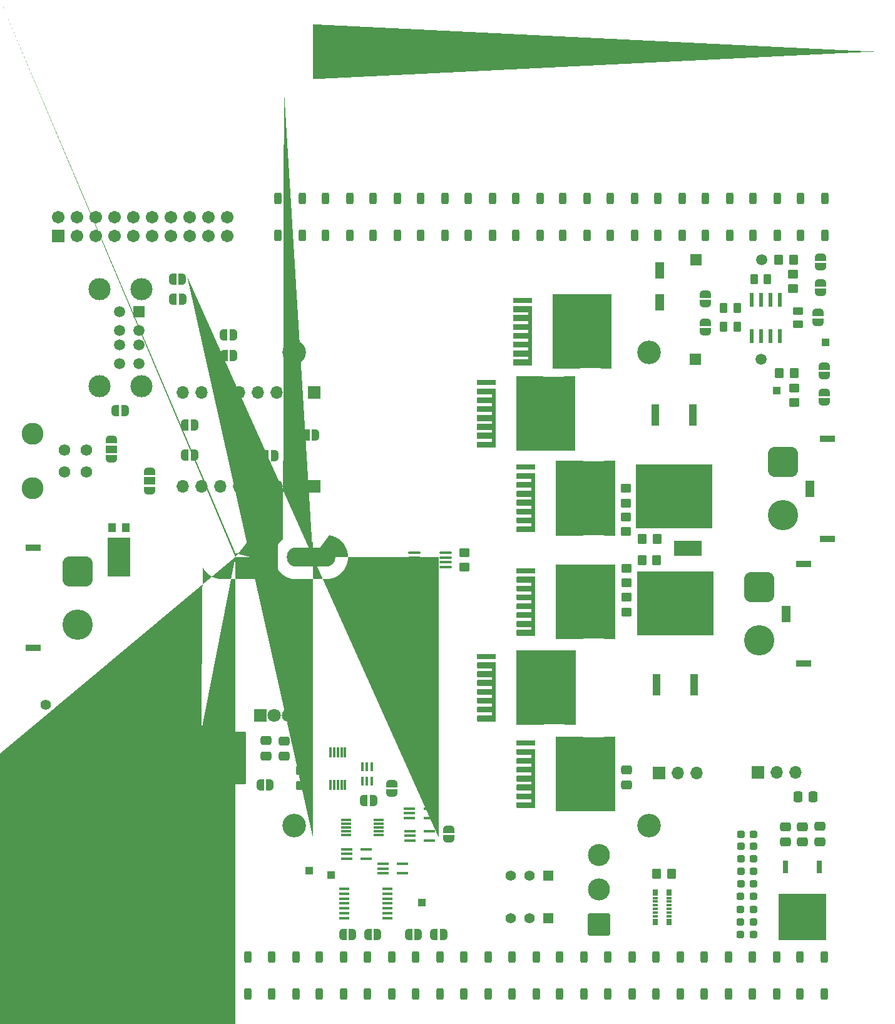
<source format=gbr>
%TF.GenerationSoftware,KiCad,Pcbnew,8.0.3*%
%TF.CreationDate,2025-06-02T03:08:14-07:00*%
%TF.ProjectId,Power_ManagementV2,506f7765-725f-44d6-916e-6167656d656e,rev?*%
%TF.SameCoordinates,Original*%
%TF.FileFunction,Soldermask,Top*%
%TF.FilePolarity,Negative*%
%FSLAX46Y46*%
G04 Gerber Fmt 4.6, Leading zero omitted, Abs format (unit mm)*
G04 Created by KiCad (PCBNEW 8.0.3) date 2025-06-02 03:08:14*
%MOMM*%
%LPD*%
G01*
G04 APERTURE LIST*
G04 Aperture macros list*
%AMRoundRect*
0 Rectangle with rounded corners*
0 $1 Rounding radius*
0 $2 $3 $4 $5 $6 $7 $8 $9 X,Y pos of 4 corners*
0 Add a 4 corners polygon primitive as box body*
4,1,4,$2,$3,$4,$5,$6,$7,$8,$9,$2,$3,0*
0 Add four circle primitives for the rounded corners*
1,1,$1+$1,$2,$3*
1,1,$1+$1,$4,$5*
1,1,$1+$1,$6,$7*
1,1,$1+$1,$8,$9*
0 Add four rect primitives between the rounded corners*
20,1,$1+$1,$2,$3,$4,$5,0*
20,1,$1+$1,$4,$5,$6,$7,0*
20,1,$1+$1,$6,$7,$8,$9,0*
20,1,$1+$1,$8,$9,$2,$3,0*%
%AMFreePoly0*
4,1,19,0.500000,-0.750000,0.000000,-0.750000,0.000000,-0.744911,-0.071157,-0.744911,-0.207708,-0.704816,-0.327430,-0.627875,-0.420627,-0.520320,-0.479746,-0.390866,-0.500000,-0.250000,-0.500000,0.250000,-0.479746,0.390866,-0.420627,0.520320,-0.327430,0.627875,-0.207708,0.704816,-0.071157,0.744911,0.000000,0.744911,0.000000,0.750000,0.500000,0.750000,0.500000,-0.750000,0.500000,-0.750000,
$1*%
%AMFreePoly1*
4,1,19,0.000000,0.744911,0.071157,0.744911,0.207708,0.704816,0.327430,0.627875,0.420627,0.520320,0.479746,0.390866,0.500000,0.250000,0.500000,-0.250000,0.479746,-0.390866,0.420627,-0.520320,0.327430,-0.627875,0.207708,-0.704816,0.071157,-0.744911,0.000000,-0.744911,0.000000,-0.750000,-0.500000,-0.750000,-0.500000,0.750000,0.000000,0.750000,0.000000,0.744911,0.000000,0.744911,
$1*%
%AMFreePoly2*
4,1,19,0.550000,-0.750000,0.000000,-0.750000,0.000000,-0.744911,-0.071157,-0.744911,-0.207708,-0.704816,-0.327430,-0.627875,-0.420627,-0.520320,-0.479746,-0.390866,-0.500000,-0.250000,-0.500000,0.250000,-0.479746,0.390866,-0.420627,0.520320,-0.327430,0.627875,-0.207708,0.704816,-0.071157,0.744911,0.000000,0.744911,0.000000,0.750000,0.550000,0.750000,0.550000,-0.750000,0.550000,-0.750000,
$1*%
%AMFreePoly3*
4,1,19,0.000000,0.744911,0.071157,0.744911,0.207708,0.704816,0.327430,0.627875,0.420627,0.520320,0.479746,0.390866,0.500000,0.250000,0.500000,-0.250000,0.479746,-0.390866,0.420627,-0.520320,0.327430,-0.627875,0.207708,-0.704816,0.071157,-0.744911,0.000000,-0.744911,0.000000,-0.750000,-0.550000,-0.750000,-0.550000,0.750000,0.000000,0.750000,0.000000,0.744911,0.000000,0.744911,
$1*%
%AMFreePoly4*
4,1,64,2.219304,2.963065,2.677052,2.853170,3.111972,2.673020,3.513357,2.427051,3.871321,2.121320,4.177052,1.763356,4.423021,1.361971,4.603171,0.927051,4.713066,0.469303,4.750001,0.000000,4.713066,-0.469303,4.603171,-0.927051,4.423021,-1.361971,4.177052,-1.763356,3.871321,-2.121320,3.513357,-2.427051,3.111972,-2.673020,2.677052,-2.853170,2.219304,-2.963065,1.750001,-3.000000,
-2.249999,-3.000000,-2.397706,-2.996361,-2.545055,-2.985454,-2.691689,-2.967306,-2.837251,-2.941960,-2.981388,-2.909478,-3.123751,-2.869938,-3.263995,-2.823437,-3.401780,-2.770088,-3.536770,-2.710019,-3.668639,-2.643376,-3.797067,-2.570322,-3.921743,-2.491033,-4.042363,-2.405702,-4.158636,-2.314536,-4.270279,-2.217755,-4.377022,-2.115595,-4.478605,-2.008303,-4.574782,-1.896139,-4.665320,-1.779377,
-4.750000,-1.658298,-4.750001,1.658297,-4.665322,1.779376,-4.574783,1.896139,-4.478606,2.008302,-4.377023,2.115594,-4.270281,2.217755,-4.158637,2.314535,-4.042365,2.405702,-3.921744,2.491033,-3.797069,2.570322,-3.668640,2.643376,-3.536771,2.710019,-3.401780,2.770087,-3.263996,2.823437,-3.123752,2.869937,-2.981389,2.909477,-2.837251,2.941959,-2.691689,2.967304,-2.545056,2.985452,
-2.397706,2.996359,-2.249999,2.999997,1.750001,3.000000,2.219304,2.963065,2.219304,2.963065,$1*%
%AMFreePoly5*
4,1,64,2.397707,2.996361,2.545056,2.985454,2.691689,2.967306,2.837251,2.941960,2.981388,2.909477,3.123751,2.869938,3.263995,2.823437,3.401779,2.770087,3.536770,2.710019,3.668639,2.643376,3.797067,2.570322,3.921742,2.491033,4.042363,2.405702,4.158635,2.314536,4.270278,2.217755,4.377021,2.115595,4.478604,2.008303,4.574782,1.896140,4.665320,1.779378,4.750000,1.658299,
4.750001,-1.658298,4.665321,-1.779377,4.574783,-1.896139,4.478606,-2.008303,4.377022,-2.115595,4.270280,-2.217755,4.158637,-2.314536,4.042364,-2.405702,3.921744,-2.491033,3.797068,-2.570322,3.668640,-2.643376,3.536771,-2.710019,3.401780,-2.770087,3.263996,-2.823437,3.123752,-2.869937,2.981389,-2.909477,2.837251,-2.941959,2.691689,-2.967305,2.545056,-2.985453,2.397707,-2.996360,
2.250000,-2.999998,-1.750001,-3.000000,-2.219304,-2.963065,-2.677051,-2.853170,-3.111972,-2.673020,-3.513356,-2.427051,-3.871321,-2.121320,-4.177051,-1.763356,-4.423020,-1.361971,-4.603170,-0.927051,-4.713066,-0.469303,-4.750001,0.000000,-4.713066,0.469303,-4.603170,0.927051,-4.423020,1.361971,-4.177051,1.763356,-3.871321,2.121320,-3.513356,2.427051,-3.111972,2.673020,-2.677051,2.853170,
-2.219304,2.963065,-1.750001,3.000000,2.250000,3.000000,2.397707,2.996361,2.397707,2.996361,$1*%
G04 Aperture macros list end*
%ADD10C,0.000000*%
%ADD11R,1.300000X2.300000*%
%ADD12C,4.100000*%
%ADD13RoundRect,1.025000X-1.025000X1.025000X-1.025000X-1.025000X1.025000X-1.025000X1.025000X1.025000X0*%
%ADD14R,2.000000X0.900000*%
%ADD15RoundRect,0.250000X-0.250000X0.550000X-0.250000X-0.550000X0.250000X-0.550000X0.250000X0.550000X0*%
%ADD16FreePoly0,0.000000*%
%ADD17FreePoly1,0.000000*%
%ADD18RoundRect,0.100000X-0.650000X-0.100000X0.650000X-0.100000X0.650000X0.100000X-0.650000X0.100000X0*%
%ADD19C,1.498600*%
%ADD20R,1.498600X1.498600*%
%ADD21R,0.990600X1.143000*%
%ADD22R,3.098800X5.207000*%
%ADD23RoundRect,0.250000X-0.262500X-0.450000X0.262500X-0.450000X0.262500X0.450000X-0.262500X0.450000X0*%
%ADD24RoundRect,0.250000X0.250000X-0.550000X0.250000X0.550000X-0.250000X0.550000X-0.250000X-0.550000X0*%
%ADD25C,1.574800*%
%ADD26C,2.971800*%
%ADD27RoundRect,0.237500X-0.287500X-0.237500X0.287500X-0.237500X0.287500X0.237500X-0.287500X0.237500X0*%
%ADD28RoundRect,0.250000X0.475000X-0.337500X0.475000X0.337500X-0.475000X0.337500X-0.475000X-0.337500X0*%
%ADD29RoundRect,0.250000X0.350000X0.450000X-0.350000X0.450000X-0.350000X-0.450000X0.350000X-0.450000X0*%
%ADD30FreePoly0,90.000000*%
%ADD31FreePoly1,90.000000*%
%ADD32C,3.200000*%
%ADD33R,1.500000X1.500000*%
%ADD34C,1.500000*%
%ADD35C,3.000000*%
%ADD36R,2.400000X2.400000*%
%ADD37C,2.400000*%
%ADD38RoundRect,0.250000X-0.450000X0.350000X-0.450000X-0.350000X0.450000X-0.350000X0.450000X0.350000X0*%
%ADD39R,0.330200X1.371600*%
%ADD40FreePoly2,90.000000*%
%ADD41R,1.500000X1.000000*%
%ADD42FreePoly3,90.000000*%
%ADD43RoundRect,0.250000X-0.337500X-0.475000X0.337500X-0.475000X0.337500X0.475000X-0.337500X0.475000X0*%
%ADD44RoundRect,0.250000X0.450000X-0.350000X0.450000X0.350000X-0.450000X0.350000X-0.450000X-0.350000X0*%
%ADD45FreePoly2,0.000000*%
%ADD46R,1.000000X1.500000*%
%ADD47FreePoly3,0.000000*%
%ADD48R,2.500000X0.800000*%
%ADD49R,7.999995X10.100005*%
%ADD50FreePoly2,270.000000*%
%ADD51FreePoly3,270.000000*%
%ADD52RoundRect,0.102000X-0.754000X-0.754000X0.754000X-0.754000X0.754000X0.754000X-0.754000X0.754000X0*%
%ADD53C,1.712000*%
%ADD54RoundRect,0.250000X-0.350000X-0.450000X0.350000X-0.450000X0.350000X0.450000X-0.350000X0.450000X0*%
%ADD55C,1.400000*%
%ADD56R,3.500000X3.500000*%
%ADD57C,3.500000*%
%ADD58R,1.168400X2.209800*%
%ADD59RoundRect,0.250000X-0.475000X0.337500X-0.475000X-0.337500X0.475000X-0.337500X0.475000X0.337500X0*%
%ADD60R,1.371600X0.330200*%
%ADD61RoundRect,0.250000X0.262500X0.450000X-0.262500X0.450000X-0.262500X-0.450000X0.262500X-0.450000X0*%
%ADD62R,1.700000X1.700000*%
%ADD63O,1.700000X1.700000*%
%ADD64R,0.711200X1.701800*%
%ADD65R,6.553200X6.223000*%
%ADD66RoundRect,0.102000X0.609000X0.609000X-0.609000X0.609000X-0.609000X-0.609000X0.609000X-0.609000X0*%
%ADD67C,1.422000*%
%ADD68R,0.990600X2.997200*%
%ADD69R,10.337800X8.712200*%
%ADD70FreePoly0,180.000000*%
%ADD71FreePoly1,180.000000*%
%ADD72RoundRect,0.100000X-0.712500X-0.100000X0.712500X-0.100000X0.712500X0.100000X-0.712500X0.100000X0*%
%ADD73R,1.000000X1.000000*%
%ADD74R,1.460500X0.355600*%
%ADD75R,0.355600X1.168400*%
%ADD76R,3.800000X2.000000*%
%ADD77RoundRect,1.025000X1.025000X-1.025000X1.025000X1.025000X-1.025000X1.025000X-1.025000X-1.025000X0*%
%ADD78R,0.787400X0.863600*%
%ADD79R,0.787400X0.355600*%
%ADD80R,1.800000X1.800000*%
%ADD81C,1.800000*%
%ADD82RoundRect,1.300000X-2.000000X-0.000010X2.000000X-0.000010X2.000000X0.000010X-2.000000X0.000010X0*%
%ADD83FreePoly4,0.000000*%
%ADD84FreePoly5,0.000000*%
%ADD85RoundRect,0.102000X-1.495000X-0.670000X1.495000X-0.670000X1.495000X0.670000X-1.495000X0.670000X0*%
%ADD86RoundRect,0.102000X-4.130000X-3.450000X4.130000X-3.450000X4.130000X3.450000X-4.130000X3.450000X0*%
%ADD87R,0.533400X1.981200*%
%ADD88RoundRect,0.250000X0.650000X-1.000000X0.650000X1.000000X-0.650000X1.000000X-0.650000X-1.000000X0*%
%ADD89C,2.979000*%
%ADD90RoundRect,0.102000X1.387500X1.387500X-1.387500X1.387500X-1.387500X-1.387500X1.387500X-1.387500X0*%
%ADD91RoundRect,0.250000X-0.450000X0.262500X-0.450000X-0.262500X0.450000X-0.262500X0.450000X0.262500X0*%
%ADD92RoundRect,0.102000X1.500000X-1.237500X1.500000X1.237500X-1.500000X1.237500X-1.500000X-1.237500X0*%
G04 APERTURE END LIST*
D10*
%TO.C,Q3*%
G36*
X230490703Y-88526397D02*
G01*
X233290698Y-88526397D01*
X233290702Y-87676398D01*
X234790699Y-87676398D01*
X234790699Y-97776404D01*
X233290702Y-97776404D01*
X233290698Y-96926405D01*
X230490703Y-96926405D01*
X230490697Y-97776404D01*
X226790704Y-97776404D01*
X226790704Y-87676398D01*
X230490697Y-87676398D01*
X230490703Y-88526397D01*
G37*
G36*
X223990701Y-97326400D02*
G01*
X221490701Y-97326400D01*
X221490701Y-96526400D01*
X223490700Y-96526402D01*
X223490700Y-96126402D01*
X221490701Y-96126400D01*
X221490701Y-95326402D01*
X223490700Y-95326402D01*
X223490700Y-94926402D01*
X221490701Y-94926402D01*
X221490701Y-94126403D01*
X223490700Y-94126402D01*
X223490700Y-93726402D01*
X221490701Y-93726402D01*
X221490701Y-92926402D01*
X223490700Y-92926402D01*
X223490700Y-92526402D01*
X221490701Y-92526402D01*
X221490701Y-91726402D01*
X223490700Y-91726402D01*
X223490700Y-91326402D01*
X221490701Y-91326402D01*
X221490701Y-90526402D01*
X223490700Y-90526402D01*
X223490700Y-90126402D01*
X221490701Y-90126402D01*
X221490701Y-89326402D01*
X223990701Y-89326402D01*
X223990701Y-97326400D01*
G37*
%TO.C,Q4*%
G36*
X230490703Y-102539795D02*
G01*
X233290698Y-102539795D01*
X233290702Y-101689796D01*
X234790699Y-101689796D01*
X234790699Y-111789802D01*
X233290702Y-111789802D01*
X233290698Y-110939803D01*
X230490703Y-110939803D01*
X230490697Y-111789802D01*
X226790704Y-111789802D01*
X226790704Y-101689796D01*
X230490697Y-101689796D01*
X230490703Y-102539795D01*
G37*
G36*
X223990701Y-111339798D02*
G01*
X221490701Y-111339798D01*
X221490701Y-110539798D01*
X223490700Y-110539800D01*
X223490700Y-110139800D01*
X221490701Y-110139798D01*
X221490701Y-109339800D01*
X223490700Y-109339800D01*
X223490700Y-108939800D01*
X221490701Y-108939800D01*
X221490701Y-108139801D01*
X223490700Y-108139800D01*
X223490700Y-107739800D01*
X221490701Y-107739800D01*
X221490701Y-106939800D01*
X223490700Y-106939800D01*
X223490700Y-106539800D01*
X221490701Y-106539800D01*
X221490701Y-105739800D01*
X223490700Y-105739800D01*
X223490700Y-105339800D01*
X221490701Y-105339800D01*
X221490701Y-104539800D01*
X223490700Y-104539800D01*
X223490700Y-104139800D01*
X221490701Y-104139800D01*
X221490701Y-103339800D01*
X223990701Y-103339800D01*
X223990701Y-111339798D01*
G37*
%TO.C,Q1*%
G36*
X230033503Y-65954796D02*
G01*
X232833498Y-65954796D01*
X232833502Y-65104797D01*
X234333499Y-65104797D01*
X234333499Y-75204803D01*
X232833502Y-75204803D01*
X232833498Y-74354804D01*
X230033503Y-74354804D01*
X230033497Y-75204803D01*
X226333504Y-75204803D01*
X226333504Y-65104797D01*
X230033497Y-65104797D01*
X230033503Y-65954796D01*
G37*
G36*
X223533501Y-74754799D02*
G01*
X221033501Y-74754799D01*
X221033501Y-73954799D01*
X223033500Y-73954801D01*
X223033500Y-73554801D01*
X221033501Y-73554799D01*
X221033501Y-72754801D01*
X223033500Y-72754801D01*
X223033500Y-72354801D01*
X221033501Y-72354801D01*
X221033501Y-71554802D01*
X223033500Y-71554801D01*
X223033500Y-71154801D01*
X221033501Y-71154801D01*
X221033501Y-70354801D01*
X223033500Y-70354801D01*
X223033500Y-69954801D01*
X221033501Y-69954801D01*
X221033501Y-69154801D01*
X223033500Y-69154801D01*
X223033500Y-68754801D01*
X221033501Y-68754801D01*
X221033501Y-67954801D01*
X223033500Y-67954801D01*
X223033500Y-67554801D01*
X221033501Y-67554801D01*
X221033501Y-66754801D01*
X223533501Y-66754801D01*
X223533501Y-74754799D01*
G37*
%TO.C,Q2*%
G36*
X225105903Y-77079996D02*
G01*
X227905898Y-77079996D01*
X227905902Y-76229997D01*
X229405899Y-76229997D01*
X229405899Y-86330003D01*
X227905902Y-86330003D01*
X227905898Y-85480004D01*
X225105903Y-85480004D01*
X225105897Y-86330003D01*
X221405904Y-86330003D01*
X221405904Y-76229997D01*
X225105897Y-76229997D01*
X225105903Y-77079996D01*
G37*
G36*
X218605901Y-85879999D02*
G01*
X216105901Y-85879999D01*
X216105901Y-85079999D01*
X218105900Y-85080001D01*
X218105900Y-84680001D01*
X216105901Y-84679999D01*
X216105901Y-83880001D01*
X218105900Y-83880001D01*
X218105900Y-83480001D01*
X216105901Y-83480001D01*
X216105901Y-82680002D01*
X218105900Y-82680001D01*
X218105900Y-82280001D01*
X216105901Y-82280001D01*
X216105901Y-81480001D01*
X218105900Y-81480001D01*
X218105900Y-81080001D01*
X216105901Y-81080001D01*
X216105901Y-80280001D01*
X218105900Y-80280001D01*
X218105900Y-79880001D01*
X216105901Y-79880001D01*
X216105901Y-79080001D01*
X218105900Y-79080001D01*
X218105900Y-78680001D01*
X216105901Y-78680001D01*
X216105901Y-77880001D01*
X218605901Y-77880001D01*
X218605901Y-85879999D01*
G37*
%TO.C,Q5*%
G36*
X225148602Y-114115995D02*
G01*
X227948597Y-114115995D01*
X227948601Y-113265996D01*
X229448598Y-113265996D01*
X229448598Y-123366002D01*
X227948601Y-123366002D01*
X227948597Y-122516003D01*
X225148602Y-122516003D01*
X225148596Y-123366002D01*
X221448603Y-123366002D01*
X221448603Y-113265996D01*
X225148596Y-113265996D01*
X225148602Y-114115995D01*
G37*
G36*
X218648600Y-122915998D02*
G01*
X216148600Y-122915998D01*
X216148600Y-122115998D01*
X218148599Y-122116000D01*
X218148599Y-121716000D01*
X216148600Y-121715998D01*
X216148600Y-120916000D01*
X218148599Y-120916000D01*
X218148599Y-120516000D01*
X216148600Y-120516000D01*
X216148600Y-119716001D01*
X218148599Y-119716000D01*
X218148599Y-119316000D01*
X216148600Y-119316000D01*
X216148600Y-118516000D01*
X218148599Y-118516000D01*
X218148599Y-118116000D01*
X216148600Y-118116000D01*
X216148600Y-117316000D01*
X218148599Y-117316000D01*
X218148599Y-116916000D01*
X216148600Y-116916000D01*
X216148600Y-116116000D01*
X218148599Y-116116000D01*
X218148599Y-115716000D01*
X216148600Y-115716000D01*
X216148600Y-114916000D01*
X218648600Y-114916000D01*
X218648600Y-122915998D01*
G37*
%TO.C,Q6*%
G36*
X230490703Y-125850795D02*
G01*
X233290698Y-125850795D01*
X233290702Y-125000796D01*
X234790699Y-125000796D01*
X234790699Y-135100802D01*
X233290702Y-135100802D01*
X233290698Y-134250803D01*
X230490703Y-134250803D01*
X230490697Y-135100802D01*
X226790704Y-135100802D01*
X226790704Y-125000796D01*
X230490697Y-125000796D01*
X230490703Y-125850795D01*
G37*
G36*
X223990701Y-134650798D02*
G01*
X221490701Y-134650798D01*
X221490701Y-133850798D01*
X223490700Y-133850800D01*
X223490700Y-133450800D01*
X221490701Y-133450798D01*
X221490701Y-132650800D01*
X223490700Y-132650800D01*
X223490700Y-132250800D01*
X221490701Y-132250800D01*
X221490701Y-131450801D01*
X223490700Y-131450800D01*
X223490700Y-131050800D01*
X221490701Y-131050800D01*
X221490701Y-130250800D01*
X223490700Y-130250800D01*
X223490700Y-129850800D01*
X221490701Y-129850800D01*
X221490701Y-129050800D01*
X223490700Y-129050800D01*
X223490700Y-128650800D01*
X221490701Y-128650800D01*
X221490701Y-127850800D01*
X223490700Y-127850800D01*
X223490700Y-127450800D01*
X221490701Y-127450800D01*
X221490701Y-126650800D01*
X223990701Y-126650800D01*
X223990701Y-134650798D01*
G37*
%TD*%
D11*
%TO.C,J2*%
X257967600Y-108356400D03*
D12*
X254317600Y-111956400D03*
D13*
X254317600Y-104756400D03*
D14*
X260317600Y-115106400D03*
X260317600Y-101606400D03*
%TD*%
D15*
%TO.C,LED18*%
X263139322Y-52200000D03*
X259839322Y-52200000D03*
X263139322Y-57200000D03*
X259839322Y-57200000D03*
%TD*%
D16*
%TO.C,JP11*%
X176575000Y-82800000D03*
D17*
X177875000Y-82800000D03*
%TD*%
D18*
%TO.C,U9*%
X203365000Y-142175000D03*
X203365000Y-142825000D03*
X203365000Y-143475000D03*
X206025000Y-143475000D03*
X206025000Y-142175000D03*
%TD*%
D19*
%TO.C,D2*%
X254594480Y-60500000D03*
D20*
X245694320Y-60500000D03*
%TD*%
D21*
%TO.C,CR1*%
X168616402Y-96723200D03*
X166776400Y-96723200D03*
D22*
X167696401Y-100711000D03*
%TD*%
D23*
%TO.C,R5*%
X249485900Y-67002400D03*
X251310900Y-67002400D03*
%TD*%
D24*
%TO.C,LED1*%
X155793000Y-159750000D03*
X159093000Y-159750000D03*
X155793000Y-154750000D03*
X159093000Y-154750000D03*
%TD*%
D25*
%TO.C,J9*%
X160274000Y-89183350D03*
X160274000Y-86183351D03*
X163273999Y-89183350D03*
X163273999Y-86183351D03*
D26*
X155953998Y-84033350D03*
X155953998Y-91333351D03*
%TD*%
D27*
%TO.C,D13*%
X251747400Y-150048200D03*
X253497400Y-150048200D03*
%TD*%
D28*
%TO.C,C6*%
X260148599Y-139211500D03*
X260148599Y-137136500D03*
%TD*%
D24*
%TO.C,LED5*%
X181798600Y-159750000D03*
X185098600Y-159750000D03*
X181798600Y-154750000D03*
X185098600Y-154750000D03*
%TD*%
D29*
%TO.C,R19*%
X242400000Y-143520400D03*
X240400000Y-143520400D03*
%TD*%
D30*
%TO.C,JP1*%
X262260200Y-68915800D03*
D31*
X262260200Y-67615800D03*
%TD*%
D32*
%TO.C,H1*%
X191350000Y-73000000D03*
%TD*%
D33*
%TO.C,J7*%
X170355000Y-67525000D03*
D34*
X170355000Y-70025000D03*
X170355000Y-72025000D03*
X170355000Y-74525000D03*
X167735000Y-67525000D03*
X167735000Y-70025000D03*
X167735000Y-72025000D03*
X167735000Y-74525000D03*
D35*
X170705000Y-64455000D03*
X165025000Y-64455000D03*
X170705000Y-77595000D03*
X165025000Y-77595000D03*
%TD*%
D18*
%TO.C,U12*%
X206990000Y-134700000D03*
X206990000Y-135350000D03*
X206990000Y-136000000D03*
X209650000Y-136000000D03*
X209650000Y-134700000D03*
%TD*%
D36*
%TO.C,C11*%
X163042600Y-140606846D03*
D37*
X163042600Y-148106846D03*
%TD*%
D38*
%TO.C,R12*%
X259000000Y-77800000D03*
X259000000Y-79800000D03*
%TD*%
D39*
%TO.C,U10*%
X198275001Y-127139000D03*
X197774999Y-127139000D03*
X197275000Y-127139000D03*
X196775001Y-127139000D03*
X196274999Y-127139000D03*
X196274999Y-131533200D03*
X196775001Y-131533200D03*
X197275000Y-131533200D03*
X197774999Y-131533200D03*
X198275001Y-131533200D03*
%TD*%
D40*
%TO.C,JP8*%
X171857500Y-91675000D03*
D41*
X171857500Y-90375000D03*
D42*
X171857500Y-89075000D03*
%TD*%
D38*
%TO.C,R13*%
X192350000Y-125575000D03*
X192350000Y-127575000D03*
%TD*%
D43*
%TO.C,C2*%
X259515700Y-133096000D03*
X261590700Y-133096000D03*
%TD*%
D30*
%TO.C,JP25*%
X204550000Y-132625000D03*
D31*
X204550000Y-131325000D03*
%TD*%
D19*
%TO.C,D1*%
X254543680Y-73915000D03*
D20*
X245643520Y-73915000D03*
%TD*%
D24*
%TO.C,LED6*%
X188300000Y-159750000D03*
X191600000Y-159750000D03*
X188300000Y-154750000D03*
X191600000Y-154750000D03*
%TD*%
D30*
%TO.C,JP3*%
X247045600Y-66396600D03*
D31*
X247045600Y-65096600D03*
%TD*%
D44*
%TO.C,R1*%
X236220000Y-93370400D03*
X236220000Y-91370400D03*
%TD*%
D15*
%TO.C,LED28*%
X198924934Y-52200000D03*
X195624934Y-52200000D03*
X198924934Y-57200000D03*
X195624934Y-57200000D03*
%TD*%
D45*
%TO.C,JP9*%
X191650000Y-84207500D03*
D46*
X192950000Y-84207500D03*
D47*
X194250000Y-84207500D03*
%TD*%
D48*
%TO.C,Q3*%
X222740701Y-88526402D03*
X222740701Y-89726402D03*
X222740701Y-90926402D03*
X222740701Y-92126402D03*
X222740701Y-93326402D03*
X222740701Y-94526402D03*
X222740701Y-95726400D03*
X222740701Y-96926400D03*
D49*
X230790701Y-92726401D03*
%TD*%
D30*
%TO.C,JP4*%
X262600000Y-61400000D03*
D31*
X262600000Y-60100000D03*
%TD*%
D50*
%TO.C,JP28*%
X166624000Y-84785200D03*
D41*
X166624000Y-86085200D03*
D51*
X166624000Y-87385200D03*
%TD*%
D24*
%TO.C,LED10*%
X214305600Y-159750000D03*
X217605600Y-159750000D03*
X214305600Y-154750000D03*
X217605600Y-154750000D03*
%TD*%
D48*
%TO.C,Q4*%
X222740701Y-102539800D03*
X222740701Y-103739800D03*
X222740701Y-104939800D03*
X222740701Y-106139800D03*
X222740701Y-107339800D03*
X222740701Y-108539800D03*
X222740701Y-109739798D03*
X222740701Y-110939798D03*
D49*
X230790701Y-106739799D03*
%TD*%
D16*
%TO.C,JP16*%
X187425000Y-87000000D03*
D17*
X188725000Y-87000000D03*
%TD*%
D52*
%TO.C,J8*%
X159500000Y-57290000D03*
D53*
X159500000Y-54750000D03*
X162040000Y-57290000D03*
X162040000Y-54750000D03*
X164580000Y-57290000D03*
X164580000Y-54750000D03*
X167120000Y-57290000D03*
X167120000Y-54750000D03*
X169660000Y-57290000D03*
X169660000Y-54750000D03*
X172200000Y-57290000D03*
X172200000Y-54750000D03*
X174740000Y-57290000D03*
X174740000Y-54750000D03*
X177280000Y-57290000D03*
X177280000Y-54750000D03*
X179820000Y-57290000D03*
X179820000Y-54750000D03*
X182360000Y-57290000D03*
X182360000Y-54750000D03*
%TD*%
D54*
%TO.C,R9*%
X256900000Y-60450000D03*
X258900000Y-60450000D03*
%TD*%
D24*
%TO.C,LED7*%
X194801400Y-159750000D03*
X198101400Y-159750000D03*
X194801400Y-154750000D03*
X198101400Y-154750000D03*
%TD*%
D28*
%TO.C,C4*%
X262459999Y-139186100D03*
X262459999Y-137111100D03*
%TD*%
D32*
%TO.C,H2*%
X191350000Y-137000000D03*
%TD*%
D55*
%TO.C,J6*%
X157750000Y-131700000D03*
X157750000Y-120700000D03*
D56*
X162750000Y-128700000D03*
D57*
X162750000Y-123700000D03*
%TD*%
D58*
%TO.C,C1*%
X240800000Y-61900000D03*
X240800000Y-66218000D03*
%TD*%
D24*
%TO.C,LED15*%
X246812600Y-159750000D03*
X250112600Y-159750000D03*
X246812600Y-154750000D03*
X250112600Y-154750000D03*
%TD*%
D59*
%TO.C,C8*%
X187550000Y-125525000D03*
X187550000Y-127600000D03*
%TD*%
%TO.C,C9*%
X190025000Y-125537500D03*
X190025000Y-127612500D03*
%TD*%
D60*
%TO.C,U6*%
X198427900Y-136274999D03*
X198427900Y-136775001D03*
X198427900Y-137275000D03*
X198427900Y-137774999D03*
X198427900Y-138275001D03*
X202822100Y-138275001D03*
X202822100Y-137774999D03*
X202822100Y-137275000D03*
X202822100Y-136775001D03*
X202822100Y-136274999D03*
%TD*%
D61*
%TO.C,TH2*%
X255425700Y-63090800D03*
X253600700Y-63090800D03*
%TD*%
D32*
%TO.C,H4*%
X239350000Y-73000000D03*
%TD*%
D24*
%TO.C,LED17*%
X259815400Y-159750000D03*
X263115400Y-159750000D03*
X259815400Y-154750000D03*
X263115400Y-154750000D03*
%TD*%
%TO.C,LED4*%
X175297200Y-159750000D03*
X178597200Y-159750000D03*
X175297200Y-154750000D03*
X178597200Y-154750000D03*
%TD*%
D62*
%TO.C,J3*%
X194125000Y-78450000D03*
D63*
X191585000Y-78450000D03*
X189045000Y-78450000D03*
X186505000Y-78450000D03*
X183965000Y-78450000D03*
X181425000Y-78450000D03*
X178885000Y-78450000D03*
X176345000Y-78450000D03*
%TD*%
D27*
%TO.C,D5*%
X251803400Y-139837400D03*
X253553400Y-139837400D03*
%TD*%
D48*
%TO.C,Q1*%
X222283501Y-65954801D03*
X222283501Y-67154801D03*
X222283501Y-68354801D03*
X222283501Y-69554801D03*
X222283501Y-70754801D03*
X222283501Y-71954801D03*
X222283501Y-73154799D03*
X222283501Y-74354799D03*
D49*
X230333501Y-70154800D03*
%TD*%
D38*
%TO.C,R7*%
X236372400Y-102190800D03*
X236372400Y-104190800D03*
%TD*%
D24*
%TO.C,LED16*%
X253314000Y-159750000D03*
X256614000Y-159750000D03*
X253314000Y-154750000D03*
X256614000Y-154750000D03*
%TD*%
D16*
%TO.C,JP24*%
X206850000Y-151700000D03*
D17*
X208150000Y-151700000D03*
%TD*%
D64*
%TO.C,U4*%
X262450001Y-142593600D03*
D65*
X260150000Y-149350000D03*
D64*
X257849999Y-142593600D03*
%TD*%
D66*
%TO.C,VR2*%
X225740400Y-149565600D03*
D67*
X223200400Y-149565600D03*
X220660400Y-149565600D03*
%TD*%
D68*
%TO.C,U2*%
X240385600Y-117983000D03*
D69*
X242925600Y-106972100D03*
D68*
X245465600Y-117983000D03*
%TD*%
D30*
%TO.C,JP6*%
X262600000Y-64900000D03*
D31*
X262600000Y-63600000D03*
%TD*%
D30*
%TO.C,JP7*%
X263050000Y-79700000D03*
D31*
X263050000Y-78400000D03*
%TD*%
D70*
%TO.C,JP26*%
X202100000Y-133600000D03*
D71*
X200800000Y-133600000D03*
%TD*%
D36*
%TO.C,C10*%
X180060600Y-140606292D03*
D37*
X180060600Y-148106292D03*
%TD*%
D24*
%TO.C,LED3*%
X168795800Y-159750000D03*
X172095800Y-159750000D03*
X168795800Y-154750000D03*
X172095800Y-154750000D03*
%TD*%
D54*
%TO.C,R10*%
X257000000Y-75800000D03*
X259000000Y-75800000D03*
%TD*%
D72*
%TO.C,U14*%
X207612500Y-100100000D03*
X207612500Y-100750000D03*
X207612500Y-101400000D03*
X207612500Y-102050000D03*
X211837500Y-102050000D03*
X211837500Y-101400000D03*
X211837500Y-100750000D03*
X211837500Y-100100000D03*
%TD*%
D62*
%TO.C,J4*%
X194125000Y-91150000D03*
D63*
X191585000Y-91150000D03*
X189045000Y-91150000D03*
X186505000Y-91150000D03*
X183965000Y-91150000D03*
X181425000Y-91150000D03*
X178885000Y-91150000D03*
X176345000Y-91150000D03*
%TD*%
D73*
%TO.C,TP4*%
X208635600Y-147421600D03*
%TD*%
D27*
%TO.C,D6*%
X251800800Y-141488400D03*
X253550800Y-141488400D03*
%TD*%
D24*
%TO.C,LED8*%
X201302800Y-159750000D03*
X204602800Y-159750000D03*
X201302800Y-154750000D03*
X204602800Y-154750000D03*
%TD*%
D16*
%TO.C,JP20*%
X181884800Y-73406000D03*
D17*
X183184800Y-73406000D03*
%TD*%
D15*
%TO.C,LED20*%
X250296438Y-52200000D03*
X246996438Y-52200000D03*
X250296438Y-57200000D03*
X246996438Y-57200000D03*
%TD*%
D68*
%TO.C,U1*%
X245313200Y-81445100D03*
D69*
X242773200Y-92456000D03*
D68*
X240233200Y-81445100D03*
%TD*%
D24*
%TO.C,LED2*%
X162294400Y-159750000D03*
X165594400Y-159750000D03*
X162294400Y-154750000D03*
X165594400Y-154750000D03*
%TD*%
D29*
%TO.C,R8*%
X240436400Y-101142800D03*
X238436400Y-101142800D03*
%TD*%
D16*
%TO.C,JP19*%
X181834000Y-70612000D03*
D17*
X183134000Y-70612000D03*
%TD*%
D30*
%TO.C,JP27*%
X212300000Y-138800000D03*
D31*
X212300000Y-137500000D03*
%TD*%
D66*
%TO.C,VR1*%
X225740400Y-143799800D03*
D67*
X223200400Y-143799800D03*
X220660400Y-143799800D03*
%TD*%
D73*
%TO.C,TP5*%
X263245600Y-71678800D03*
%TD*%
D24*
%TO.C,LED12*%
X227308400Y-159750000D03*
X230608400Y-159750000D03*
X227308400Y-154750000D03*
X230608400Y-154750000D03*
%TD*%
D74*
%TO.C,U7*%
X198133750Y-145599999D03*
X198133750Y-146250000D03*
X198133750Y-146900001D03*
X198133750Y-147550000D03*
X198133750Y-148199999D03*
X198133750Y-148850000D03*
X198133750Y-149499999D03*
X203988450Y-149500001D03*
X203988450Y-148850000D03*
X203988450Y-148200001D03*
X203988450Y-147550000D03*
X203988450Y-146900001D03*
X203988450Y-146250000D03*
X203988450Y-145600001D03*
%TD*%
D43*
%TO.C,C7*%
X175369400Y-120091200D03*
X177444400Y-120091200D03*
%TD*%
D24*
%TO.C,LED9*%
X207804200Y-159750000D03*
X211104200Y-159750000D03*
X207804200Y-154750000D03*
X211104200Y-154750000D03*
%TD*%
D75*
%TO.C,U11*%
X201875000Y-129019200D03*
X201225001Y-129019200D03*
X200575002Y-129019200D03*
X200575002Y-130975000D03*
X201225001Y-130975000D03*
X201875000Y-130975000D03*
%TD*%
D15*
%TO.C,LED29*%
X192503496Y-52200000D03*
X189203496Y-52200000D03*
X192503496Y-57200000D03*
X189203496Y-57200000D03*
%TD*%
D76*
%TO.C,TP1*%
X244650000Y-99500000D03*
%TD*%
D32*
%TO.C,H3*%
X239350000Y-137000000D03*
%TD*%
D28*
%TO.C,C5*%
X257799199Y-139233000D03*
X257799199Y-137158000D03*
%TD*%
D15*
%TO.C,LED27*%
X205346372Y-52200000D03*
X202046372Y-52200000D03*
X205346372Y-57200000D03*
X202046372Y-57200000D03*
%TD*%
D16*
%TO.C,JP23*%
X210300000Y-151700000D03*
D17*
X211600000Y-151700000D03*
%TD*%
D27*
%TO.C,D8*%
X251789400Y-144892000D03*
X253539400Y-144892000D03*
%TD*%
D38*
%TO.C,R2*%
X236220000Y-95231200D03*
X236220000Y-97231200D03*
%TD*%
D73*
%TO.C,TP2*%
X196392800Y-143713200D03*
%TD*%
D18*
%TO.C,U8*%
X198470000Y-140187500D03*
X198470000Y-140837500D03*
X198470000Y-141487500D03*
X201130000Y-141487500D03*
X201130000Y-140187500D03*
%TD*%
D70*
%TO.C,JP22*%
X202675000Y-151725000D03*
D71*
X201375000Y-151725000D03*
%TD*%
D48*
%TO.C,Q2*%
X217355901Y-77080001D03*
X217355901Y-78280001D03*
X217355901Y-79480001D03*
X217355901Y-80680001D03*
X217355901Y-81880001D03*
X217355901Y-83080001D03*
X217355901Y-84279999D03*
X217355901Y-85479999D03*
D49*
X225405901Y-81280000D03*
%TD*%
D59*
%TO.C,C3*%
X236321600Y-129467700D03*
X236321600Y-131542700D03*
%TD*%
D63*
%TO.C,PM2*%
X259170000Y-129840000D03*
X256630000Y-129840000D03*
D62*
X254090000Y-129840000D03*
%TD*%
D14*
%TO.C,J5*%
X156050000Y-112950000D03*
X156050000Y-99450000D03*
D77*
X162050000Y-102600000D03*
D12*
X162050000Y-109800000D03*
%TD*%
D15*
%TO.C,LED21*%
X243875000Y-52200000D03*
X240575000Y-52200000D03*
X243875000Y-57200000D03*
X240575000Y-57200000D03*
%TD*%
D70*
%TO.C,JP21*%
X199250000Y-151725000D03*
D71*
X197950000Y-151725000D03*
%TD*%
D15*
%TO.C,LED22*%
X237453562Y-52200000D03*
X234153562Y-52200000D03*
X237453562Y-57200000D03*
X234153562Y-57200000D03*
%TD*%
D78*
%TO.C,R21*%
X242100000Y-150012400D03*
D79*
X242100000Y-149264878D03*
X242100000Y-148771356D03*
X242100000Y-148277834D03*
X242100000Y-147784312D03*
X242100000Y-147290790D03*
X242100000Y-146797268D03*
D78*
X242100000Y-146050000D03*
X240271200Y-146050000D03*
D79*
X240271200Y-146797268D03*
X240271200Y-147290790D03*
X240271200Y-147784312D03*
X240271200Y-148277834D03*
X240271200Y-148771356D03*
X240271200Y-149264878D03*
D78*
X240271200Y-150012400D03*
%TD*%
D30*
%TO.C,JP5*%
X263050000Y-76150000D03*
D31*
X263050000Y-74850000D03*
%TD*%
D23*
%TO.C,R4*%
X249485900Y-69542400D03*
X251310900Y-69542400D03*
%TD*%
D48*
%TO.C,Q5*%
X217398600Y-114116000D03*
X217398600Y-115316000D03*
X217398600Y-116516000D03*
X217398600Y-117716000D03*
X217398600Y-118916000D03*
X217398600Y-120116000D03*
X217398600Y-121315998D03*
X217398600Y-122515998D03*
D49*
X225448600Y-118315999D03*
%TD*%
D38*
%TO.C,R15*%
X192350000Y-129575000D03*
X192350000Y-131575000D03*
%TD*%
D27*
%TO.C,D7*%
X251803400Y-138161000D03*
X253553400Y-138161000D03*
%TD*%
%TO.C,D12*%
X251750000Y-151750000D03*
X253500000Y-151750000D03*
%TD*%
D80*
%TO.C,U5*%
X186790100Y-122099999D03*
D81*
X188700100Y-122099999D03*
X190610100Y-122099999D03*
D82*
X193700100Y-100700000D03*
D83*
X193950099Y-100700000D03*
D84*
X183450100Y-100700000D03*
%TD*%
D27*
%TO.C,D11*%
X251772800Y-148321000D03*
X253522800Y-148321000D03*
%TD*%
D44*
%TO.C,R6*%
X236372400Y-108137200D03*
X236372400Y-106137200D03*
%TD*%
D48*
%TO.C,Q6*%
X222740701Y-125850800D03*
X222740701Y-127050800D03*
X222740701Y-128250800D03*
X222740701Y-129450800D03*
X222740701Y-130650800D03*
X222740701Y-131850800D03*
X222740701Y-133050798D03*
X222740701Y-134250798D03*
D49*
X230790701Y-130050799D03*
%TD*%
D85*
%TO.C,R14*%
X172907500Y-125310000D03*
X172907500Y-130390000D03*
D86*
X180667500Y-127850000D03*
%TD*%
D29*
%TO.C,R3*%
X240455200Y-98196400D03*
X238455200Y-98196400D03*
%TD*%
D87*
%TO.C,U3*%
X253299080Y-70787000D03*
X254569080Y-70787000D03*
X255839080Y-70787000D03*
X257109080Y-70787000D03*
X257109080Y-65859400D03*
X255839080Y-65859400D03*
X254569080Y-65859400D03*
X253299080Y-65859400D03*
%TD*%
D15*
%TO.C,LED25*%
X218189248Y-52200000D03*
X214889248Y-52200000D03*
X218189248Y-57200000D03*
X214889248Y-57200000D03*
%TD*%
%TO.C,LED26*%
X211767810Y-52200000D03*
X208467810Y-52200000D03*
X211767810Y-57200000D03*
X208467810Y-57200000D03*
%TD*%
D73*
%TO.C,TP6*%
X256641600Y-78130400D03*
%TD*%
D88*
%TO.C,D3*%
X175900000Y-115375000D03*
X175900000Y-111375000D03*
%TD*%
D15*
%TO.C,LED23*%
X231032124Y-52200000D03*
X227732124Y-52200000D03*
X231032124Y-57200000D03*
X227732124Y-57200000D03*
%TD*%
D24*
%TO.C,LED13*%
X233809800Y-159750000D03*
X237109800Y-159750000D03*
X233809800Y-154750000D03*
X237109800Y-154750000D03*
%TD*%
D27*
%TO.C,D4*%
X251803400Y-143215600D03*
X253553400Y-143215600D03*
%TD*%
D89*
%TO.C,S1*%
X232650000Y-140950000D03*
X232650000Y-145650000D03*
D90*
X232650000Y-150350000D03*
%TD*%
D16*
%TO.C,JP10*%
X176575000Y-86850000D03*
D17*
X177875000Y-86850000D03*
%TD*%
D15*
%TO.C,LED19*%
X256717876Y-52200000D03*
X253417876Y-52200000D03*
X256717876Y-57200000D03*
X253417876Y-57200000D03*
%TD*%
D73*
%TO.C,TP3*%
X193395600Y-143103600D03*
%TD*%
D16*
%TO.C,JP15*%
X183625000Y-87000000D03*
D17*
X184925000Y-87000000D03*
%TD*%
D70*
%TO.C,JP18*%
X168500000Y-80850000D03*
D71*
X167200000Y-80850000D03*
%TD*%
D16*
%TO.C,JP17*%
X174976000Y-65836800D03*
D17*
X176276000Y-65836800D03*
%TD*%
D16*
%TO.C,JP13*%
X174925000Y-63125000D03*
D17*
X176225000Y-63125000D03*
%TD*%
D16*
%TO.C,JP14*%
X186775000Y-131525000D03*
D17*
X188075000Y-131525000D03*
%TD*%
D30*
%TO.C,JP2*%
X247045600Y-70242400D03*
D31*
X247045600Y-68942400D03*
%TD*%
D38*
%TO.C,R11*%
X258850000Y-62400000D03*
X258850000Y-64400000D03*
%TD*%
D24*
%TO.C,LED11*%
X220807000Y-159750000D03*
X224107000Y-159750000D03*
X220807000Y-154750000D03*
X224107000Y-154750000D03*
%TD*%
D27*
%TO.C,D10*%
X251772800Y-146593800D03*
X253522800Y-146593800D03*
%TD*%
D91*
%TO.C,TH1*%
X259517000Y-67387200D03*
X259517000Y-69212200D03*
%TD*%
D63*
%TO.C,PM1*%
X245808300Y-129907700D03*
X243268300Y-129907700D03*
D62*
X240728300Y-129907700D03*
%TD*%
D18*
%TO.C,U13*%
X207015000Y-137750000D03*
X207015000Y-138400000D03*
X207015000Y-139050000D03*
X209675000Y-139050000D03*
X209675000Y-137750000D03*
%TD*%
D92*
%TO.C,JP12*%
X168675000Y-130537500D03*
X168675000Y-125162500D03*
%TD*%
D38*
%TO.C,R16*%
X214425000Y-100075000D03*
X214425000Y-102075000D03*
%TD*%
D24*
%TO.C,LED14*%
X240311200Y-159750000D03*
X243611200Y-159750000D03*
X240311200Y-154750000D03*
X243611200Y-154750000D03*
%TD*%
D15*
%TO.C,LED24*%
X224610686Y-52200000D03*
X221310686Y-52200000D03*
X224610686Y-57200000D03*
X221310686Y-57200000D03*
%TD*%
D11*
%TO.C,J1*%
X261149600Y-91446400D03*
D12*
X257499600Y-95046400D03*
D13*
X257499600Y-87846400D03*
D14*
X263499600Y-98196400D03*
X263499600Y-84696400D03*
%TD*%
M02*

</source>
